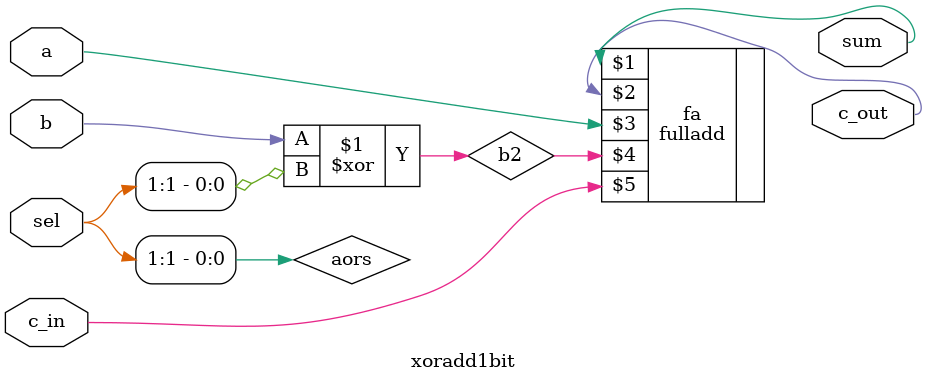
<source format=v>
module xoradd1bit( sum, c_out, a, b, c_in, sel );

output sum, c_out;
input a, b, c_in;
input [5:0] sel;

wire b2, aors;

assign aors = sel[1]; // aors = add or sub

xor( b2, b, aors );
fulladd fa( sum, c_out, a, b2, c_in );

endmodule
</source>
